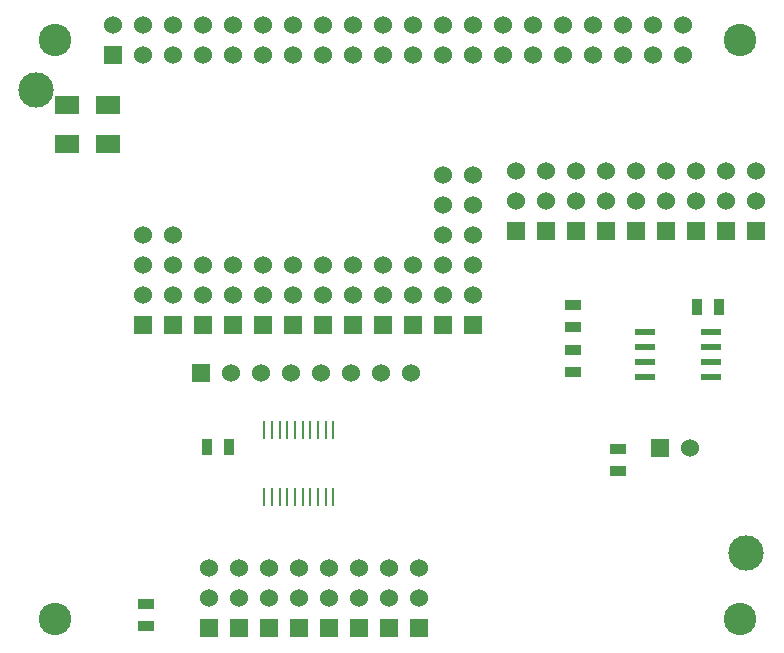
<source format=gts>
G04 (created by PCBNEW (2013-04-19 BZR 4011)-stable) date 25/09/2014 08:47:06*
%MOIN*%
G04 Gerber Fmt 3.4, Leading zero omitted, Abs format*
%FSLAX34Y34*%
G01*
G70*
G90*
G04 APERTURE LIST*
%ADD10C,0*%
%ADD11R,0.06X0.06*%
%ADD12C,0.06*%
%ADD13R,0.08X0.06*%
%ADD14R,0.055X0.035*%
%ADD15C,0.108268*%
%ADD16R,0.00984252X0.0610236*%
%ADD17R,0.035X0.055*%
%ADD18R,0.065X0.0236*%
%ADD19C,0.11811*%
G04 APERTURE END LIST*
G54D10*
G54D11*
X32854Y-28594D03*
G54D12*
X32854Y-27594D03*
X32854Y-26594D03*
X32854Y-25594D03*
G54D11*
X34854Y-28594D03*
G54D12*
X34854Y-27594D03*
X34854Y-26594D03*
G54D11*
X36854Y-28594D03*
G54D12*
X36854Y-27594D03*
X36854Y-26594D03*
G54D11*
X38854Y-28594D03*
G54D12*
X38854Y-27594D03*
X38854Y-26594D03*
G54D11*
X40854Y-28594D03*
G54D12*
X40854Y-27594D03*
X40854Y-26594D03*
G54D11*
X37854Y-28594D03*
G54D12*
X37854Y-27594D03*
X37854Y-26594D03*
G54D11*
X39854Y-28594D03*
G54D12*
X39854Y-27594D03*
X39854Y-26594D03*
G54D11*
X42854Y-28594D03*
G54D12*
X42854Y-27594D03*
X42854Y-26594D03*
X42854Y-25594D03*
X42854Y-24594D03*
X42854Y-23594D03*
G54D11*
X31854Y-28594D03*
G54D12*
X31854Y-27594D03*
X31854Y-26594D03*
X31854Y-25594D03*
G54D11*
X35854Y-28594D03*
G54D12*
X35854Y-27594D03*
X35854Y-26594D03*
G54D11*
X41854Y-28594D03*
G54D12*
X41854Y-27594D03*
X41854Y-26594D03*
X41854Y-25594D03*
X41854Y-24594D03*
X41854Y-23594D03*
G54D13*
X30709Y-21266D03*
X30709Y-22566D03*
G54D11*
X44309Y-25466D03*
G54D12*
X44309Y-24466D03*
X44309Y-23466D03*
G54D11*
X45309Y-25466D03*
G54D12*
X45309Y-24466D03*
X45309Y-23466D03*
G54D11*
X47309Y-25466D03*
G54D12*
X47309Y-24466D03*
X47309Y-23466D03*
G54D11*
X48309Y-25466D03*
G54D12*
X48309Y-24466D03*
X48309Y-23466D03*
G54D11*
X50309Y-25466D03*
G54D12*
X50309Y-24466D03*
X50309Y-23466D03*
G54D11*
X46309Y-25466D03*
G54D12*
X46309Y-24466D03*
X46309Y-23466D03*
G54D11*
X49309Y-25466D03*
G54D12*
X49309Y-24466D03*
X49309Y-23466D03*
G54D11*
X51309Y-25466D03*
G54D12*
X51309Y-24466D03*
X51309Y-23466D03*
G54D11*
X52309Y-25466D03*
G54D12*
X52309Y-24466D03*
X52309Y-23466D03*
G54D11*
X30854Y-19594D03*
G54D12*
X30854Y-18594D03*
X35854Y-19594D03*
X31854Y-18594D03*
X36854Y-19594D03*
X32854Y-18594D03*
X37854Y-19594D03*
X33854Y-18594D03*
X38854Y-19594D03*
X34854Y-18594D03*
X39854Y-19594D03*
X35854Y-18594D03*
X40854Y-19594D03*
X36854Y-18594D03*
X41854Y-19594D03*
X37854Y-18594D03*
X42854Y-19594D03*
X38854Y-18594D03*
X43854Y-19594D03*
X39854Y-18594D03*
X44854Y-19594D03*
X40854Y-18594D03*
X45854Y-19594D03*
X41854Y-18594D03*
X42854Y-18594D03*
X46854Y-19594D03*
X43854Y-18594D03*
X45854Y-18594D03*
X46854Y-18594D03*
X47854Y-18594D03*
X48854Y-18594D03*
X47854Y-19594D03*
X48854Y-19594D03*
X31854Y-19594D03*
X32854Y-19594D03*
X33854Y-19594D03*
X34854Y-19594D03*
X49854Y-19594D03*
X49854Y-18594D03*
X44854Y-18594D03*
G54D11*
X33854Y-28594D03*
G54D12*
X33854Y-27594D03*
X33854Y-26594D03*
X38809Y-30216D03*
X37809Y-30216D03*
G54D11*
X33809Y-30216D03*
G54D12*
X34809Y-30216D03*
X35809Y-30216D03*
X36809Y-30216D03*
X39809Y-30216D03*
X40809Y-30216D03*
G54D14*
X47700Y-33475D03*
X47700Y-32725D03*
G54D15*
X51771Y-38385D03*
X28937Y-38385D03*
X51771Y-19094D03*
X28937Y-19094D03*
G54D11*
X41059Y-38716D03*
G54D12*
X41059Y-37716D03*
X41059Y-36716D03*
G54D11*
X40059Y-38716D03*
G54D12*
X40059Y-37716D03*
X40059Y-36716D03*
G54D11*
X39059Y-38716D03*
G54D12*
X39059Y-37716D03*
X39059Y-36716D03*
G54D11*
X38059Y-38716D03*
G54D12*
X38059Y-37716D03*
X38059Y-36716D03*
G54D11*
X37059Y-38716D03*
G54D12*
X37059Y-37716D03*
X37059Y-36716D03*
G54D11*
X36059Y-38716D03*
G54D12*
X36059Y-37716D03*
X36059Y-36716D03*
G54D11*
X35059Y-38716D03*
G54D12*
X35059Y-37716D03*
X35059Y-36716D03*
G54D11*
X34059Y-38716D03*
G54D12*
X34059Y-37716D03*
X34059Y-36716D03*
G54D16*
X35897Y-34318D03*
X36163Y-34318D03*
X36419Y-34318D03*
X36675Y-34318D03*
X36931Y-34318D03*
X37187Y-34318D03*
X37442Y-34318D03*
X37698Y-34318D03*
X37954Y-34318D03*
X38210Y-34318D03*
X38210Y-32114D03*
X37954Y-32114D03*
X37698Y-32114D03*
X37442Y-32114D03*
X37187Y-32114D03*
X36931Y-32114D03*
X36675Y-32114D03*
X36419Y-32114D03*
X36163Y-32114D03*
X35907Y-32114D03*
G54D13*
X29334Y-21266D03*
X29334Y-22566D03*
G54D17*
X34734Y-32666D03*
X33984Y-32666D03*
G54D14*
X31959Y-37891D03*
X31959Y-38641D03*
G54D17*
X50325Y-28000D03*
X51075Y-28000D03*
G54D18*
X48600Y-30350D03*
X50800Y-30350D03*
X48600Y-29850D03*
X48600Y-29350D03*
X48600Y-28850D03*
X50800Y-29850D03*
X50800Y-29350D03*
X50800Y-28850D03*
G54D19*
X51959Y-36216D03*
X28309Y-20766D03*
G54D14*
X46200Y-30175D03*
X46200Y-29425D03*
X46200Y-27925D03*
X46200Y-28675D03*
G54D11*
X49100Y-32700D03*
G54D12*
X50100Y-32700D03*
M02*

</source>
